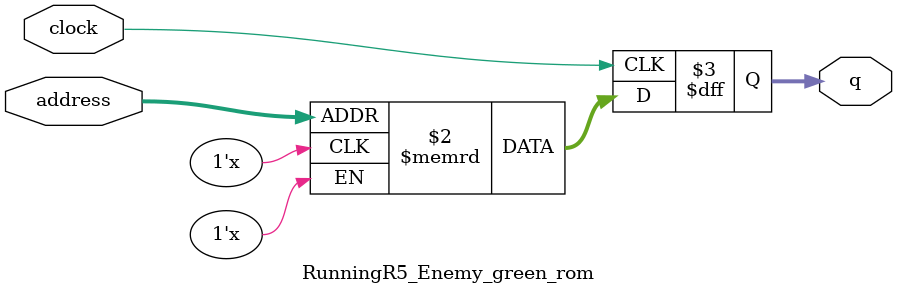
<source format=sv>
module RunningR5_Enemy_green_rom (
	input logic clock,
	input logic [11:0] address,
	output logic [2:0] q
);

logic [2:0] memory [0:2639] /* synthesis ram_init_file = "./RunningR5_Enemy_green/RunningR5_Enemy_green.mif" */;

always_ff @ (posedge clock) begin
	q <= memory[address];
end

endmodule

</source>
